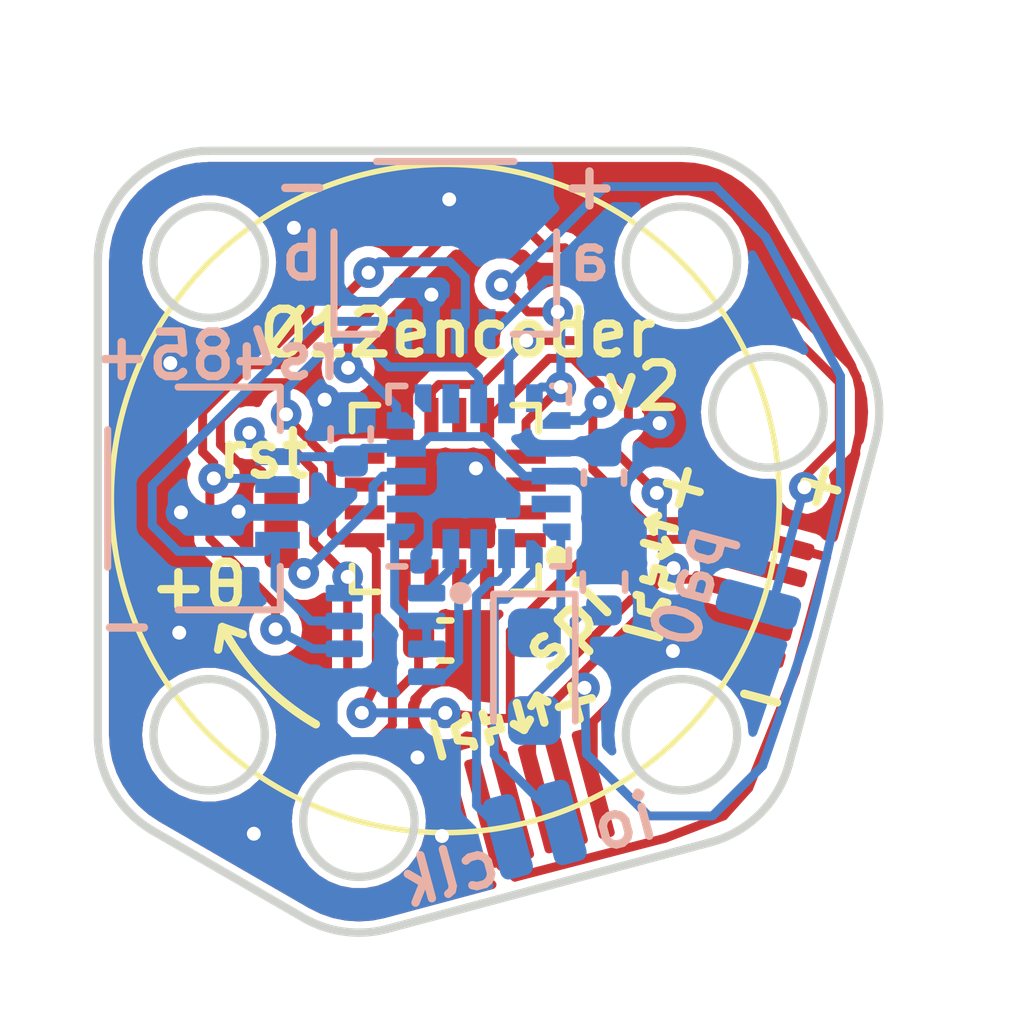
<source format=kicad_pcb>
(kicad_pcb (version 20221018) (generator pcbnew)
  (title_block (title "Ø12encoder: RS485 Mag Encoder") (date "2023-12-30") (rev "1") (company "Christopher Xu"))
  (layers (0 "F.Cu" signal) (31 "B.Cu" signal) (34 "B.Paste" user) (35 "F.Paste" user) (36 "B.SilkS" user "B.Silkscreen") (37 "F.SilkS" user "F.Silkscreen") (38 "B.Mask" user) (39 "F.Mask" user) (44 "Edge.Cuts" user))
  (net 0 "")
  (net 11 "/~{MAG2_CS}")
  (net 12 "+3.3V")
  (net 13 "GND")
  (net 14 "/SPI_MOSI")
  (net 15 "/SPI_MISO")
  (net 16 "/SPI_SCLK")
  (net 17 "/UART_RX")
  (net 18 "/UART_TX")
  (net 19 "/UART_DE")
  (net 20 "/RS485_A")
  (net 21 "/RS485_B")
  (net 22 "/SWCLK")
  (net 23 "/SWDIO")
  (net 24 "/NRST")
  (net 25 "/ADC_IN0{slash}WKUP")
  (net 29 "Net-(D1-K)")
  (net 30 "Net-(D1-A)")
  (footprint "O12encoder:TestPoint_Pad_Rect" (layer "F.Cu") (at 47.05 50.5 180)
    (fp_text reference "TP1" hide)
    (fp_text value "TestPoint")
    (pad "1" smd roundrect (at 0 0 180) (size 0.6 1.5) (layers "F.Cu" "F.Mask") (net 24 "/NRST"))
  )
  (footprint "Capacitor_SMD:C_0402_1005Metric" (layer "F.Cu") (at 50 52.55)
    (fp_text reference "C1" hide)
    (fp_text value "1uF")
    (pad "1" smd roundrect (at -0.48 0) (size 0.56 0.62) (layers "F.Cu" "F.Paste" "F.Mask") (net 12 "+3.3V"))
    (pad "2" smd roundrect (at 0.48 0) (size 0.56 0.62) (layers "F.Cu" "F.Paste" "F.Mask") (net 13 "GND"))
  )
  (footprint "O12encoder:FFC_0.5mm_6p" (layer "F.Cu") (at 55.773524 50.242593 -15)
    (fp_text reference "J2" hide)
    (fp_text value "Conn_01x06_Pin" hide)
    (pad "1" smd roundrect (at 0 0 345) (size 2 0.3) (layers "F.Cu" "F.Mask") (net 13 "GND"))
    (pad "2" smd roundrect (at 0 0.5 345) (size 2 0.3) (layers "F.Cu" "F.Mask") (net 11 "/~{MAG2_CS}"))
    (pad "3" smd roundrect (at 0 1 345) (size 2 0.3) (layers "F.Cu" "F.Mask") (net 16 "/SPI_SCLK"))
    (pad "4" smd roundrect (at 0 1.5 345) (size 2 0.3) (layers "F.Cu" "F.Mask") (net 15 "/SPI_MISO"))
    (pad "5" smd roundrect (at 0 2 345) (size 2 0.3) (layers "F.Cu" "F.Mask") (net 14 "/SPI_MOSI"))
    (pad "6" smd roundrect (at 0 2.5 345) (size 2 0.3) (layers "F.Cu" "F.Mask") (net 12 "+3.3V"))
  )
  (footprint "O12encoder:MA702GQ-P" (layer "F.Cu") (at 50 50 180)
    (fp_text reference "U1" hide)
    (fp_text value "MA702GQ-P" hide)
    (pad "1" smd rect locked (at -1.45 -0.750001 180) (size 0.7112 0.254) (layers "F.Cu" "F.Paste" "F.Mask"))
    (pad "2" smd rect locked (at -1.45 -0.25 180) (size 0.7112 0.254) (layers "F.Cu" "F.Paste" "F.Mask"))
    (pad "3" smd rect locked (at -1.45 0.25 180) (size 0.7112 0.254) (layers "F.Cu" "F.Paste" "F.Mask"))
    (pad "4" smd rect locked (at -1.45 0.750001 180) (size 0.7112 0.254) (layers "F.Cu" "F.Paste" "F.Mask") (net 14 "/SPI_MOSI"))
    (pad "5" smd rect locked (at -0.750001 1.45 270) (size 0.7112 0.254) (layers "F.Cu" "F.Paste" "F.Mask") (net 11 "/~{MAG2_CS}"))
    (pad "6" smd rect locked (at -0.25 1.45 270) (size 0.7112 0.254) (layers "F.Cu" "F.Paste" "F.Mask"))
    (pad "7" smd rect locked (at 0.25 1.45 270) (size 0.7112 0.254) (layers "F.Cu" "F.Paste" "F.Mask") (net 15 "/SPI_MISO"))
    (pad "8" smd rect locked (at 0.750001 1.45 270) (size 0.7112 0.254) (layers "F.Cu" "F.Paste" "F.Mask") (net 13 "GND"))
    (pad "9" smd rect locked (at 1.45 0.750001 180) (size 0.7112 0.254) (layers "F.Cu" "F.Paste" "F.Mask"))
    (pad "10" smd rect locked (at 1.45 0.25 180) (size 0.7112 0.254) (layers "F.Cu" "F.Paste" "F.Mask"))
    (pad "11" smd rect locked (at 1.45 -0.25 180) (size 0.7112 0.254) (layers "F.Cu" "F.Paste" "F.Mask"))
    (pad "12" smd rect locked (at 1.45 -0.750001 180) (size 0.7112 0.254) (layers "F.Cu" "F.Paste" "F.Mask") (net 16 "/SPI_SCLK"))
    (pad "13" smd rect locked (at 0.750001 -1.45 270) (size 0.7112 0.254) (layers "F.Cu" "F.Paste" "F.Mask") (net 12 "+3.3V"))
    (pad "14" smd rect locked (at 0.25 -1.45 270) (size 0.7112 0.254) (layers "F.Cu" "F.Paste" "F.Mask"))
    (pad "15" smd rect locked (at -0.25 -1.45 270) (size 0.7112 0.254) (layers "F.Cu" "F.Paste" "F.Mask"))
    (pad "16" smd rect locked (at -0.750001 -1.45 270) (size 0.7112 0.254) (layers "F.Cu" "F.Paste" "F.Mask"))
    (pad "17" smd rect locked (at 0 0 180) (size 1.7018 1.7018) (layers "F.Cu" "F.Paste" "F.Mask") (net 13 "GND"))
  )
  (footprint "O12encoder:FFC_0.5mm_6p" (layer "F.Cu") (at 50.242593 55.773524 105)
    (fp_text reference "J1" hide)
    (fp_text value "Conn_01x06_Pin" hide)
    (pad "1" smd roundrect (at 0 0 105) (size 2 0.3) (layers "F.Cu" "F.Mask") (net 13 "GND"))
    (pad "2" smd roundrect (at 0 0.5 105) (size 2 0.3) (layers "F.Cu" "F.Mask") (net 11 "/~{MAG2_CS}"))
    (pad "3" smd roundrect (at 0 1 105) (size 2 0.3) (layers "F.Cu" "F.Mask") (net 16 "/SPI_SCLK"))
    (pad "4" smd roundrect (at 0 1.5 105) (size 2 0.3) (layers "F.Cu" "F.Mask") (net 15 "/SPI_MISO"))
    (pad "5" smd roundrect (at 0 2 105) (size 2 0.3) (layers "F.Cu" "F.Mask") (net 14 "/SPI_MOSI"))
    (pad "6" smd roundrect (at 0 2.5 105) (size 2 0.3) (layers "F.Cu" "F.Mask") (net 12 "+3.3V"))
  )
  (footprint "LED_SMD:LED_0603_1608Metric" (layer "B.Cu") (at 51.6 53.2 -90)
    (fp_text reference "D1" hide)
    (fp_text value "LED_Small")
    (pad "1" smd roundrect (at -0.7875 0 270) (size 0.875 0.95) (layers "B.Cu" "B.Paste" "B.Mask") (net 29 "Net-(D1-K)"))
    (pad "2" smd roundrect (at 0.7875 0 270) (size 0.875 0.95) (layers "B.Cu" "B.Paste" "B.Mask") (net 30 "Net-(D1-A)"))
  )
  (footprint "O12encoder:TE_2328702-4" (layer "B.Cu") (at 50 45.5)
    (fp_text reference "J3" hide)
    (fp_text value "Conn_01x04")
    (pad "1" smd rect (at 0.75 1.5) (size 0.3 0.8) (layers "B.Cu" "B.Paste" "B.Mask") (net 12 "+3.3V"))
    (pad "2" smd rect (at 0.25 1.5) (size 0.3 0.8) (layers "B.Cu" "B.Paste" "B.Mask") (net 20 "/RS485_A"))
    (pad "3" smd rect (at -0.25 1.5) (size 0.3 0.8) (layers "B.Cu" "B.Paste" "B.Mask") (net 13 "GND"))
    (pad "4" smd rect (at -0.75 1.5) (size 0.3 0.8) (layers "B.Cu" "B.Paste" "B.Mask") (net 21 "/RS485_B"))
    (pad "MP" smd rect (at -1.75 -1) (size 0.4 0.8) (layers "B.Cu" "B.Paste" "B.Mask") (net 13 "GND"))
    (pad "MP" smd rect (at 1.75 -1) (size 0.4 0.8) (layers "B.Cu" "B.Paste" "B.Mask") (net 13 "GND"))
  )
  (footprint "O12encoder:TestPoint_Pad_Rect" (layer "B.Cu") (at 52.090926 55.816181 15)
    (fp_text reference "TP2" hide)
    (fp_text value "TestPoint")
    (pad "1" smd roundrect (at 0 0 15) (size 0.6 1.5) (layers "B.Cu" "B.Mask") (net 23 "/SWDIO"))
  )
  (footprint "O12encoder:TE_2328702-4" (layer "B.Cu") (at 45.485 50 90)
    (fp_text reference "J4" hide)
    (fp_text value "Conn_01x04")
    (pad "1" smd rect (at 0.75 1.5 90) (size 0.3 0.8) (layers "B.Cu" "B.Paste" "B.Mask") (net 12 "+3.3V"))
    (pad "2" smd rect (at 0.25 1.5 90) (size 0.3 0.8) (layers "B.Cu" "B.Paste" "B.Mask") (net 20 "/RS485_A"))
    (pad "3" smd rect (at -0.25 1.5 90) (size 0.3 0.8) (layers "B.Cu" "B.Paste" "B.Mask") (net 13 "GND"))
    (pad "4" smd rect (at -0.75 1.5 90) (size 0.3 0.8) (layers "B.Cu" "B.Paste" "B.Mask") (net 21 "/RS485_B"))
    (pad "MP" smd rect (at -1.75 -1 90) (size 0.4 0.8) (layers "B.Cu" "B.Paste" "B.Mask") (net 13 "GND"))
    (pad "MP" smd rect (at 1.75 -1 90) (size 0.4 0.8) (layers "B.Cu" "B.Paste" "B.Mask") (net 13 "GND"))
  )
  (footprint "O12encoder:TestPoint_Pad_Rect" (layer "B.Cu") (at 55.625 51.9 -105)
    (fp_text reference "TP4" hide)
    (fp_text value "TestPoint")
    (pad "1" smd roundrect (at 0 0 255) (size 0.6 1.5) (layers "B.Cu" "B.Mask") (net 25 "/ADC_IN0{slash}WKUP"))
  )
  (footprint "Capacitor_SMD:C_0402_1005Metric" (layer "B.Cu") (at 48.3 48.85 90)
    (fp_text reference "C3" hide)
    (fp_text value "1uF")
    (pad "1" smd roundrect (at -0.48 0 90) (size 0.56 0.62) (layers "B.Cu" "B.Paste" "B.Mask") (net 12 "+3.3V"))
    (pad "2" smd roundrect (at 0.48 0 90) (size 0.56 0.62) (layers "B.Cu" "B.Paste" "B.Mask") (net 13 "GND"))
  )
  (footprint "Capacitor_SMD:C_0402_1005Metric" (layer "B.Cu") (at 52.85 49.625 90)
    (fp_text reference "C2" hide)
    (fp_text value "1uF")
    (pad "1" smd roundrect (at -0.48 0 90) (size 0.56 0.62) (layers "B.Cu" "B.Paste" "B.Mask") (net 12 "+3.3V"))
    (pad "2" smd roundrect (at 0.48 0 90) (size 0.56 0.62) (layers "B.Cu" "B.Paste" "B.Mask") (net 13 "GND"))
  )
  (footprint "O12encoder:TestPoint_Pad_Rect" (layer "B.Cu") (at 51.125 56.075 15)
    (fp_text reference "TP3" hide)
    (fp_text value "TestPoint")
    (pad "1" smd roundrect (at 0 0 15) (size 0.6 1.5) (layers "B.Cu" "B.Mask") (net 22 "/SWCLK"))
  )
  (footprint "O12encoder:THVD1420DRLR_SOT-585" (layer "B.Cu") (at 48.925 52.45 180)
    (fp_text reference "U3" hide)
    (fp_text value "THVD1420DRLR")
    (pad "1" smd roundrect (at -0.74 0.75 180) (size 0.67 0.3) (layers "B.Cu" "B.Paste" "B.Mask") (roundrect_rratio 0.1666666667) (net 17 "/UART_RX"))
    (pad "2" smd roundrect (at -0.74 0.25 180) (size 0.67 0.3) (layers "B.Cu" "B.Paste" "B.Mask") (roundrect_rratio 0.1666666667) (net 19 "/UART_DE"))
    (pad "3" smd roundrect (at -0.74 -0.25 180) (size 0.67 0.3) (layers "B.Cu" "B.Paste" "B.Mask") (roundrect_rratio 0.1666666667) (net 19 "/UART_DE"))
    (pad "4" smd roundrect (at -0.74 -0.75 180) (size 0.67 0.3) (layers "B.Cu" "B.Paste" "B.Mask") (roundrect_rratio 0.1666666667) (net 18 "/UART_TX"))
    (pad "5" smd roundrect (at 0.74 -0.75 180) (size 0.67 0.3) (layers "B.Cu" "B.Paste" "B.Mask") (roundrect_rratio 0.1666666667) (net 13 "GND"))
    (pad "6" smd roundrect (at 0.74 -0.25 180) (size 0.67 0.3) (layers "B.Cu" "B.Paste" "B.Mask") (roundrect_rratio 0.1666666667) (net 20 "/RS485_A"))
    (pad "7" smd roundrect (at 0.74 0.25 180) (size 0.67 0.3) (layers "B.Cu" "B.Paste" "B.Mask") (roundrect_rratio 0.1666666667) (net 21 "/RS485_B"))
    (pad "8" smd roundrect (at 0.74 0.75 180) (size 0.67 0.3) (layers "B.Cu" "B.Paste" "B.Mask") (roundrect_rratio 0.1666666667) (net 12 "+3.3V"))
  )
  (footprint "Resistor_SMD:R_0402_1005Metric" (layer "B.Cu") (at 52.85 51.5 -90)
    (fp_text reference "R1" hide)
    (fp_text value "R_Small_US")
    (pad "1" smd roundrect (at -0.51 0 270) (size 0.54 0.64) (layers "B.Cu" "B.Paste" "B.Mask") (net 12 "+3.3V"))
    (pad "2" smd roundrect (at 0.51 0 270) (size 0.54 0.64) (layers "B.Cu" "B.Paste" "B.Mask") (net 30 "Net-(D1-A)"))
  )
  (footprint "Package_DFN_QFN:ST_UFQFPN-20_3x3mm_P0.5mm" (layer "B.Cu") (at 50.6 49.6)
    (fp_text reference "U2" hide)
    (fp_text value "STM32L011F4Ux")
    (pad "1" smd custom (at -1.475 1) (size 0.35 0.3) (layers "B.Cu" "B.Paste" "B.Mask") (net 19 "/UART_DE") (options (clearance outline) (anchor rect)) (primitives (gr_poly (pts (xy 0.325 0) (xy 0.325 -0.15) (xy 0.175 -0.15) (xy 0.175 0.15)) (width 0) (fill yes))))
    (pad "2" smd rect (at -1.3 0.5) (size 0.7 0.3) (layers "B.Cu" "B.Paste" "B.Mask") (net 13 "GND"))
    (pad "3" smd rect (at -1.3 0) (size 0.7 0.3) (layers "B.Cu" "B.Paste" "B.Mask") (net 24 "/NRST"))
    (pad "4" smd rect (at -1.3 -0.5) (size 0.7 0.3) (layers "B.Cu" "B.Paste" "B.Mask") (net 12 "+3.3V"))
    (pad "5" smd custom (at -1.475 -1) (size 0.35 0.3) (layers "B.Cu" "B.Paste" "B.Mask") (net 25 "/ADC_IN0{slash}WKUP") (options (clearance outline) (anchor rect)) (primitives (gr_poly (pts (xy 0.325 0) (xy 0.175 -0.15) (xy 0.175 0.15) (xy 0.325 0.15)) (width 0) (fill yes))))
    (pad "6" smd custom (at -1 -1.475) (size 0.3 0.35) (layers "B.Cu" "B.Paste" "B.Mask") (options (clearance outline) (anchor rect)) (primitives (gr_poly (pts (xy 0.15 0.175) (xy -0.15 0.175) (xy 0 0.325) (xy 0.15 0.325)) (width 0) (fill yes))))
    (pad "7" smd rect (at -0.5 -1.3) (size 0.3 0.7) (layers "B.Cu" "B.Paste" "B.Mask"))
    (pad "8" smd rect (at 0 -1.3) (size 0.3 0.7) (layers "B.Cu" "B.Paste" "B.Mask") (net 16 "/SPI_SCLK"))
    (pad "9" smd rect (at 0.5 -1.3) (size 0.3 0.7) (layers "B.Cu" "B.Paste" "B.Mask") (net 15 "/SPI_MISO"))
    (pad "10" smd custom (at 1 -1.475) (size 0.3 0.35) (layers "B.Cu" "B.Paste" "B.Mask") (net 14 "/SPI_MOSI") (options (clearance outline) (anchor rect)) (primitives (gr_poly (pts (xy 0.15 0.175) (xy -0.15 0.175) (xy -0.15 0.325) (xy 0 0.325)) (width 0) (fill yes))))
    (pad "11" smd custom (at 1.475 -1) (size 0.35 0.3) (layers "B.Cu" "B.Paste" "B.Mask") (net 11 "/~{MAG2_CS}") (options (clearance outline) (anchor rect)) (primitives (gr_poly (pts (xy -0.175 -0.15) (xy -0.325 0) (xy -0.325 0.15) (xy -0.175 0.15)) (width 0) (fill yes))))
    (pad "12" smd rect (at 1.3 -0.5) (size 0.7 0.3) (layers "B.Cu" "B.Paste" "B.Mask") (net 13 "GND"))
    (pad "13" smd rect (at 1.3 0) (size 0.7 0.3) (layers "B.Cu" "B.Paste" "B.Mask") (net 12 "+3.3V"))
    (pad "14" smd rect (at 1.3 0.5) (size 0.7 0.3) (layers "B.Cu" "B.Paste" "B.Mask"))
    (pad "15" smd custom (at 1.475 1) (size 0.35 0.3) (layers "B.Cu" "B.Paste" "B.Mask") (net 29 "Net-(D1-K)") (options (clearance outline) (anchor rect)) (primitives (gr_poly (pts (xy -0.175 -0.15) (xy -0.325 -0.15) (xy -0.325 0) (xy -0.175 0.15)) (width 0) (fill yes))))
    (pad "16" smd custom (at 1 1.475) (size 0.3 0.35) (layers "B.Cu" "B.Paste" "B.Mask") (net 23 "/SWDIO") (options (clearance outline) (anchor rect)) (primitives (gr_poly (pts (xy 0 -0.325) (xy -0.15 -0.325) (xy -0.15 -0.175) (xy 0.15 -0.175)) (width 0) (fill yes))))
    (pad "17" smd rect (at 0.5 1.3) (size 0.3 0.7) (layers "B.Cu" "B.Paste" "B.Mask") (net 22 "/SWCLK"))
    (pad "18" smd rect (at 0 1.3) (size 0.3 0.7) (layers "B.Cu" "B.Paste" "B.Mask") (net 18 "/UART_TX"))
    (pad "19" smd rect (at -0.5 1.3) (size 0.3 0.7) (layers "B.Cu" "B.Paste" "B.Mask") (net 17 "/UART_RX"))
    (pad "20" smd custom (at -1 1.475) (size 0.3 0.35) (layers "B.Cu" "B.Paste" "B.Mask") (net 13 "GND") (options (clearance outline) (anchor rect)) (primitives (gr_poly (pts (xy 0.15 -0.325) (xy 0 -0.325) (xy -0.15 -0.175) (xy 0.15 -0.175)) (width 0) (fill yes))))
  )
  (gr_line (start 53.746733 52.073712) (end 53.895961 51.85488) (stroke (width 0.15)) (layer "F.SilkS"))
  (gr_line (start 53.698677 51.485721) (end 53.763377 51.244239) (stroke (width 0.15)) (layer "F.SilkS"))
  (gr_line (start 54.051856 50.926967) (end 53.94579 50.743257) (stroke (width 0.15)) (layer "F.SilkS"))
  (gr_line (start 53.891857 51.537485) (end 54.060896 51.582779) (stroke (width 0.15)) (layer "F.SilkS"))
  (gr_line (start 53.517329 52.012243) (end 53.746733 52.073712) (stroke (width 0.15)) (layer "F.SilkS"))
  (gr_line (start 50.386838 53.975801) (end 50.164768 54.112949) (stroke (width 0.15)) (layer "F.SilkS"))
  (gr_line (start 53.914211 51.856744) (end 53.986653 51.876151) (stroke (width 0.15)) (layer "F.SilkS"))
  (gr_line (start 50.672593 53.861845) (end 50.711423 54.006739) (stroke (width 0.15)) (layer "F.SilkS"))
  (gr_line (start 50.711423 54.006739) (end 50.952902 53.94203) (stroke (width 0.15)) (layer "F.SilkS"))
  (gr_line (start 53.553782 51.4469) (end 53.698677 51.485721) (stroke (width 0.15)) (layer "F.SilkS"))
  (gr_line (start 54.051856 50.926967) (end 53.868145 51.033035) (stroke (width 0.15)) (layer "F.SilkS"))
  (gr_line (start 51.413712 54.156063) (end 51.23 54.05) (stroke (width 0.15)) (layer "F.SilkS"))
  (gr_line (start 54.121481 50.544705) (end 53.638519 50.415295) (stroke (width 0.15)) (layer "F.SilkS"))
  (gr_line (start 50.497874 54.378912) (end 50.517288 54.45135) (stroke (width 0.15)) (layer "F.SilkS"))
  (gr_line (start 51.413712 54.156063) (end 51.519779 53.972353) (stroke (width 0.15)) (layer "F.SilkS"))
  (gr_line (start 53.638519 50.415295) (end 53.822229 50.30923) (stroke (width 0.15)) (layer "F.SilkS"))
  (gr_line (start 51.004668 54.135218) (end 50.763183 54.199921) (stroke (width 0.15)) (layer "F.SilkS"))
  (gr_line (start 51.77957 54.02523) (end 51.650165 53.542268) (stroke (width 0.15)) (layer "F.SilkS"))
  (gr_line (start 45.991735 52.308517) (end 46.361617 52.438955) (stroke (width 0.15)) (layer "F.SilkS"))
  (gr_line (start 50.367427 53.903355) (end 50.386838 53.975801) (stroke (width 0.15)) (layer "F.SilkS"))
  (gr_line (start 53.437145 51.731937) (end 53.509587 51.751348) (stroke (width 0.15)) (layer "F.SilkS"))
  (gr_line (start 53.568891 50.797559) (end 54.051856 50.926967) (stroke (width 0.15)) (layer "F.SilkS"))
  (gr_line (start 51.284301 53.673098) (end 51.413712 54.156063) (stroke (width 0.15)) (layer "F.SilkS"))
  (gr_line (start 50.952902 53.94203) (end 51.004668 54.135218) (stroke (width 0.15)) (layer "F.SilkS"))
  (gr_line (start 53.509587 51.751348) (end 53.517329 52.012243) (stroke (width 0.15)) (layer "F.SilkS"))
  (gr_line (start 51.650165 53.542268) (end 51.544096 53.725979) (stroke (width 0.15)) (layer "F.SilkS"))
  (gr_line (start 51.650165 53.542268) (end 51.833876 53.648333) (stroke (width 0.15)) (layer "F.SilkS"))
  (gr_line (start 45.991735 52.308517) (end 45.917479 52.713253) (stroke (width 0.15)) (layer "F.SilkS"))
  (gr_line (start 53.763377 51.244239) (end 53.956564 51.296002) (stroke (width 0.15)) (layer "F.SilkS"))
  (gr_line (start 53.956564 51.296002) (end 53.891857 51.537485) (stroke (width 0.15)) (layer "F.SilkS"))
  (gr_line (start 50.164768 54.112949) (end 50.226236 54.342354) (stroke (width 0.15)) (layer "F.SilkS"))
  (gr_line (start 53.638519 50.415295) (end 53.744583 50.599009) (stroke (width 0.15)) (layer "F.SilkS"))
  (gr_circle locked (center 50 50) (end 56 50) (stroke (width 0.1)) (fill none) (layer "F.SilkS"))
  (gr_arc (start 47.674412 54.054216) (mid 46.71 53.299999) (end 45.991735 52.308517) (stroke (width 0.15)) (layer "F.SilkS"))
  (gr_line (start 50.763183 54.199921) (end 50.808474 54.36896) (stroke (width 0.15)) (layer "F.SilkS"))
  (gr_line (start 50.226236 54.342354) (end 50.490366 54.362171) (stroke (width 0.15)) (layer "F.SilkS"))
  (gr_arc (start 48.964724 57.727407) (mid 48.186036 57.778441) (end 47.447086 57.527606) (stroke (width 0.15)) (layer "Edge.Cuts"))
  (gr_circle (center 45.757359 54.242641) (end 46.757359 54.242641) (stroke (width 0.15)) (fill none) (layer "Edge.Cuts"))
  (gr_arc (start 43.757359 45.757359) (mid 44.343157 44.343157) (end 45.757359 43.757359) (stroke (width 0.15)) (layer "Edge.Cuts"))
  (gr_line (start 48.964724 57.727407) (end 54.760279 56.174492) (stroke (width 0.15)) (layer "Edge.Cuts"))
  (gr_circle (center 55.795555 48.447086) (end 56.795555 48.447086) (stroke (width 0.15)) (fill none) (layer "Edge.Cuts"))
  (gr_circle (center 54.242641 54.242641) (end 55.242641 54.242641) (stroke (width 0.15)) (fill none) (layer "Edge.Cuts"))
  (gr_arc (start 44.757359 55.974691) (mid 44.025308 55.242639) (end 43.757359 54.242641) (stroke (width 0.15)) (layer "Edge.Cuts"))
  (gr_line (start 56.174492 54.760279) (end 57.727407 48.964724) (stroke (width 0.15)) (layer "Edge.Cuts"))
  (gr_arc (start 54.242641 43.757359) (mid 55.242632 44.02532) (end 55.974691 44.757359) (stroke (width 0.15)) (layer "Edge.Cuts"))
  (gr_circle (center 45.757359 45.757359) (end 46.757359 45.757359) (stroke (width 0.15)) (fill none) (layer "Edge.Cuts"))
  (gr_arc (start 57.527606 47.447086) (mid 57.778456 48.186034) (end 57.727407 48.964724) (stroke (width 0.15)) (layer "Edge.Cuts"))
  (gr_circle (center 48.447086 55.795555) (end 49.447086 55.795555) (stroke (width 0.15)) (fill none) (layer "Edge.Cuts"))
  (gr_circle (center 54.242641 45.757359) (end 55.242641 45.757359) (stroke (width 0.15)) (fill none) (layer "Edge.Cuts"))
  (gr_line (start 54.242641 43.757359) (end 45.757359 43.757359) (stroke (width 0.15)) (layer "Edge.Cuts"))
  (gr_line (start 57.527606 47.447086) (end 55.974691 44.757359) (stroke (width 0.15)) (layer "Edge.Cuts"))
  (gr_line (start 44.757359 55.974691) (end 47.447086 57.527606) (stroke (width 0.15)) (layer "Edge.Cuts"))
  (gr_line (start 43.757359 45.757359) (end 43.757359 54.242641) (stroke (width 0.15)) (layer "Edge.Cuts"))
  (gr_arc (start 56.174492 54.760279) (mid 55.656849 55.656849) (end 54.760279 56.174492) (stroke (width 0.15)) (layer "Edge.Cuts"))
  (gr_text "io" (at 53.22 55.8 15) (layer "B.SilkS") (effects (font (size 0.8 0.8)) (justify mirror)))
  (gr_text "rs485+" (at 45.9 47.44) (layer "B.SilkS") (effects (font (size 0.8 0.8)) (justify mirror)))
  (gr_text "pa0" (at 54.38 51.56 75) (layer "B.SilkS") (effects (font (size 0.8 0.8)) (justify mirror)))
  (gr_text "-" (at 44.28 52.26) (layer "B.SilkS") (effects (font (size 0.8 0.8))))
  (gr_text "-\nb" (at 47.43 45.01) (layer "B.SilkS") (effects (font (size 0.8 0.8)) (justify mirror)))
  (gr_text "+\na" (at 52.59 45.02) (layer "B.SilkS") (effects (font (size 0.8 0.8)) (justify mirror)))
  (gr_text "clk" (at 50.07 56.72 15) (layer "B.SilkS") (effects (font (size 0.8 0.8)) (justify mirror)))
  (gr_text "Ø12encoder" (at 46.58 47.5) (layer "F.SilkS") (effects (font (size 0.8 0.8)) (justify left bottom)))
  (gr_text "+θ" (at 44.61 52.04) (layer "F.SilkS") (effects (font (size 0.8 0.8)) (justify left bottom)))
  (gr_text "spi" (at 51.81 53.29 45) (layer "F.SilkS") (effects (font (size 0.8 0.8)) (justify left bottom)))
  (gr_text "+" (at 52.28 53.68 105) (layer "F.SilkS") (effects (font (size 0.8 0.8))))
  (gr_text "-" (at 55.68 53.53 -15) (layer "F.SilkS") (effects (font (size 0.8 0.8))))
  (gr_text "+" (at 54.26 49.86 165) (layer "F.SilkS") (effects (font (size 0.8 0.8))))
  (gr_text "+" (at 56.76 49.72 -15) (layer "F.SilkS") (effects (font (size 0.8 0.8))))
  (gr_text "-" (at 53.534211 52.466744 165) (layer "F.SilkS") (effects (font (size 0.8 0.8))))
  (gr_text "v2" (at 52.75 48.46) (layer "F.SilkS") (effects (font (size 0.8 0.8)) (justify left bottom)))
  (gr_text "rst" (at 45.83 49.68) (layer "F.SilkS") (effects (font (size 0.8 0.8)) (justify left bottom)))
  (gr_text "-" (at 49.81 54.35 105) (layer "F.SilkS") (effects (font (size 0.8 0.8))))
  (segment (start 52.65 49.47832) (end 52.65 48.4) (width 0.16) (layer "F.Cu") (net 11))
  (segment (start 51.25 56.8) (end 51 56.6) (width 0.16) (layer "F.Cu") (net 11))
  (segment (start 55.45 55.2) (end 55 55.7) (width 0.16) (layer "F.Cu") (net 11))
  (segment (start 55 55.7) (end 53.95 56.1) (width 0.16) (layer "F.Cu") (net 11))
  (segment (start 54.715 50.415) (end 54.8 50.5) (width 0.16) (layer "F.Cu") (net 11))
  (segment (start 56.288838 53.110407) (end 56.85 51.05) (width 0.16) (layer "F.Cu") (net 11))
  (segment (start 55.45 55.2) (end 56.288838 53.110407) (width 0.16) (layer "F.Cu") (net 11))
  (segment (start 52.775 48.275) (end 52.775 47.97168) (width 0.16) (layer "F.Cu") (net 11))
  (segment (start 52.775 47.97168) (end 52.28832 47.485) (width 0.16) (layer "F.Cu") (net 11))
  (segment (start 51 56.6) (end 50.85 56.05) (width 0.16) (layer "F.Cu") (net 11))
  (segment (start 54.185 50.415) (end 54.715 50.415) (width 0.16) (layer "F.Cu") (net 11))
  (segment (start 54.185 50.415) (end 53.58668 50.415) (width 0.16) (layer "F.Cu") (net 11))
  (segment (start 55.644114 50.725556) (end 56.85 51.05) (width 0.16) (layer "F.Cu") (net 11))
  (segment (start 53.58668 50.415) (end 52.65 49.47832) (width 0.16) (layer "F.Cu") (net 11))
  (segment (start 53.95 56.1) (end 51.25 56.8) (width 0.16) (layer "F.Cu") (net 11))
  (segment (start 51.86168 47.485) (end 50.79668 48.55) (width 0.16) (layer "F.Cu") (net 11))
  (segment (start 52.28832 47.485) (end 51.86168 47.485) (width 0.16) (layer "F.Cu") (net 11))
  (segment (start 50.79668 48.55) (end 50.750001 48.55) (width 0.16) (layer "F.Cu") (net 11))
  (segment (start 52.65 48.4) (end 52.775 48.275) (width 0.16) (layer "F.Cu") (net 11))
  (via (at 52.775 48.275) (size 0.55) (drill 0.25) (layers "F.Cu" "B.Cu") (net 11))
  (segment (start 52.775 48.275) (end 52.45 48.6) (width 0.16) (layer "B.Cu") (net 11))
  (segment (start 52.45 48.6) (end 52.075 48.6) (width 0.16) (layer "B.Cu") (net 11))
  (segment (start 49.249999 52.279999) (end 49.249999 51.45) (width 0.16) (layer "F.Cu") (net 12))
  (segment (start 52.657408 54.00547) (end 53.924071 52.738807) (width 0.16) (layer "F.Cu") (net 12))
  (segment (start 46.855498 49.180498) (end 47.32795 49.180498) (width 0.16) (layer "F.Cu") (net 12))
  (segment (start 49.52 53.08) (end 49.52 52.55) (width 0.16) (layer "F.Cu") (net 12))
  (segment (start 47.32795 49.180498) (end 47.6344 49.486948) (width 0.16) (layer "F.Cu") (net 12))
  (segment (start 52.657408 55.126476) (end 52.657408 54.00547) (width 0.16) (layer "F.Cu") (net 12))
  (segment (start 55.126476 52.657408) (end 54.170206 52.657408) (width 0.16) (layer "F.Cu") (net 12))
  (segment (start 46.48 48.82) (end 46.855498 49.180498) (width 0.16) (layer "F.Cu") (net 12))
  (segment (start 49.52 52.55) (end 49.249999 52.279999) (width 0.16) (layer "F.Cu") (net 12))
  (segment (start 48.35 54.45) (end 48.669377 54.45) (width 0.16) (layer "F.Cu") (net 12))
  (segment (start 54.170206 52.657408) (end 54.088807 52.738807) (width 0.16) (layer "F.Cu") (net 12))
  (segment (start 48.669377 54.45) (end 49.05 54.069377) (width 0.16) (layer "F.Cu") (net 12))
  (segment (start 49.05 53.55) (end 49.52 53.08) (width 0.16) (layer "F.Cu") (net 12))
  (segment (start 47.9 53.602776) (end 47.9 54) (width 0.16) (layer "F.Cu") (net 12))
  (segment (start 47.6344 50.7955) (end 48.2455 51.4066) (width 0.16) (layer "F.Cu") (net 12))
  (segment (start 48.2455 53.257276) (end 47.9 53.602776) (width 0.16) (layer "F.Cu") (net 12))
  (segment (start 48.2455 51.4066) (end 48.2455 53.257276) (width 0.16) (layer "F.Cu") (net 12))
  (segment (start 47.6344 49.486948) (end 47.6344 50.7955) (width 0.16) (layer "F.Cu") (net 12))
  (segment (start 49.206599 51.4066) (end 49.249999 51.45) (width 0.16) (layer "F.Cu") (net 12))
  (segment (start 47.9 54) (end 48.35 54.45) (width 0.16) (layer "F.Cu") (net 12))
  (segment (start 53.924071 52.738807) (end 54.088807 52.738807) (width 0.16) (layer "F.Cu") (net 12))
  (segment (start 49.05 54.069377) (end 49.05 53.55) (width 0.16) (layer "F.Cu") (net 12))
  (via (at 46.48 48.82) (size 0.55) (drill 0.25) (layers "F.Cu" "B.Cu") (net 12))
  (via (at 54.088807 52.738807) (size 0.55) (drill 0.25) (layers "F.Cu" "B.Cu") (net 12))
  (via (at 48.2455 51.4066) (size 0.55) (drill 0.25) (layers "F.Cu" "B.Cu") (net 12))
  (segment (start 53.053015 46.902309) (end 53.053015 46.903015) (width 0.16) (layer "B.Cu") (net 12))
  (segment (start 53.69 52.34) (end 54.088807 52.738807) (width 0.16) (layer "B.Cu") (net 12))
  (segment (start 50.71 48.89) (end 51.42 49.6) (width 0.16) (layer "B.Cu") (net 12))
  (segment (start 50.75 47) (end 50.890746 47) (width 0.16) (layer "B.Cu") (net 12))
  (segment (start 51.810746 46.08) (end 52.230706 46.08) (width 0.16) (layer "B.Cu") (net 12))
  (segment (start 46.48 48.82) (end 46.66 48.925) (width 0.16) (layer "B.Cu") (net 12))
  (segment (start 48.3 49.33) (end 48.53 49.1) (width 0.16) (layer "B.Cu") (net 12))
  (segment (start 48.22 49.25) (end 48.3 49.33) (width 0.16) (layer "B.Cu") (net 12))
  (segment (start 52.85 50.99) (end 52.85 50.105) (width 0.16) (layer "B.Cu") (net 12))
  (segment (start 48.53 49.1) (end 49.3 49.1) (width 0.16) (layer "B.Cu") (net 12))
  (segment (start 54.45 49.05) (end 54.335 49.165) (width 0.16) (layer "B.Cu") (net 12))
  (segment (start 53.69 51.69) (end 53.69 52.34) (width 0.16) (layer "B.Cu") (net 12))
  (segment (start 52.99 50.99) (end 53.3 51.3) (width 0.16) (layer "B.Cu") (net 12))
  (segment (start 53.79 49.165) (end 52.85 50.105) (width 0.16) (layer "B.Cu") (net 12))
  (segment (start 52.85 50.99) (end 52.99 50.99) (width 0.16) (layer "B.Cu") (net 12))
  (segment (start 49.71 48.89) (end 50.71 48.89) (width 0.16) (layer "B.Cu") (net 12))
  (segment (start 46.66 48.925) (end 46.985 49.25) (width 0.16) (layer "B.Cu") (net 12))
  (segment (start 46.985 49.25) (end 48.22 49.25) (width 0.16) (layer "B.Cu") (net 12))
  (segment (start 49.3 49.1) (end 49.5 49.1) (width 0.16) (layer "B.Cu") (net 12))
  (segment (start 51.42 49.6) (end 51.9 49.6) (width 0.16) (layer "B.Cu") (net 12))
  (segment (start 48.185 51.7) (end 48.185 51.4671) (width 0.16) (layer "B.Cu") (net 12))
  (segment (start 54.45 48.3) (end 54.45 49.05) (width 0.16) (layer "B.Cu") (net 12))
  (segment (start 53.053015 46.903015) (end 54.45 48.3) (width 0.16) (layer "B.Cu") (net 12))
  (segment (start 50.890746 47) (end 51.810746 46.08) (width 0.16) (layer "B.Cu") (net 12))
  (segment (start 54.335 49.165) (end 53.79 49.165) (width 0.16) (layer "B.Cu") (net 12))
  (segment (start 52.230706 46.08) (end 53.053015 46.902309) (width 0.16) (layer "B.Cu") (net 12))
  (segment (start 53.3 51.3) (end 53.69 51.69) (width 0.16) (layer "B.Cu") (net 12))
  (segment (start 49.5 49.1) (end 49.71 48.89) (width 0.16) (layer "B.Cu") (net 12))
  (segment (start 52.345 49.6) (end 51.9 49.6) (width 0.16) (layer "B.Cu") (net 12))
  (segment (start 48.185 51.4671) (end 48.2455 51.4066) (width 0.16) (layer "B.Cu") (net 12))
  (segment (start 52.85 50.105) (end 52.345 49.6) (width 0.16) (layer "B.Cu") (net 12))
  (segment (start 51.525 45.85) (end 51.275 45.6) (width 0.16) (layer "F.Cu") (net 13))
  (segment (start 45.96 49.03168) (end 45.96 48.582548) (width 0.16) (layer "F.Cu") (net 13))
  (segment (start 52.75 47.041584) (end 52.75 46.574647) (width 0.16) (layer "F.Cu") (net 13))
  (segment (start 50.768633 45.6) (end 50.025913 46.34272) (width 0.16) (layer "F.Cu") (net 13))
  (segment (start 49.45 54.6) (end 49.5 54.65) (width 0.16) (layer "F.Cu") (net 13))
  (segment (start 49.750141 46.34272) (end 49.249999 46.842862) (width 0.16) (layer "F.Cu") (net 13))
  (segment (start 57.242498 47.520878) (end 56.52 46.54) (width 0.16) (layer "F.Cu") (net 13))
  (segment (start 47.831823 48.226061) (end 48.92606 48.226061) (width 0.16) (layer "F.Cu") (net 13))
  (segment (start 52.025353 45.85) (end 51.525 45.85) (width 0.16) (layer "F.Cu") (net 13))
  (segment (start 47.525762 47.92) (end 47.831823 48.226061) (width 0.16) (layer "F.Cu") (net 13))
  (segment (start 57.48 48.64) (end 57.371274 49.141274) (width 0.16) (layer "F.Cu") (net 13))
  (segment (start 57.371274 49.141274) (end 57.25 49.63) (width 0.16) (layer "F.Cu") (net 13))
  (segment (start 48.92606 48.226061) (end 49.249999 48.55) (width 0.16) (layer "F.Cu") (net 13))
  (segment (start 46.38668 50.135389) (end 46.38668 49.45836) (width 0.16) (layer "F.Cu") (net 13))
  (segment (start 57.48 48.64) (end 57.44 48.06) (width 0.16) (layer "F.Cu") (net 13))
  (segment (start 50.48 52.55) (end 49.84 53.19) (width 0.16) (layer "F.Cu") (net 13))
  (segment (start 53.355401 47.646985) (end 52.75 47.041584) (width 0.16) (layer "F.Cu") (net 13))
  (segment (start 45.96 48.582548) (end 46.622548 47.92) (width 0.16) (layer "F.Cu") (net 13))
  (segment (start 49.75 54.65) (end 50 54.9) (width 0.16) (layer "F.Cu") (net 13))
  (segment (start 46.286086 50.235983) (end 46.38668 50.135389) (width 0.16) (layer "F.Cu") (net 13))
  (segment (start 57.392241 47.825642) (end 57.242498 47.520878) (width 0.16) (layer "F.Cu") (net 13))
  (segment (start 46.622548 47.92) (end 47.525762 47.92) (width 0.16) (layer "F.Cu") (net 13))
  (segment (start 55.773524 50.242593) (end 56.9 50.46) (width 0.16) (layer "F.Cu") (net 13))
  (segment (start 57.44 48.06) (end 57.392241 47.825642) (width 0.16) (layer "F.Cu") (net 13))
  (segment (start 49.45 53.602548) (end 49.45 54.121925) (width 0.16) (layer "F.Cu") (net 13))
  (segment (start 49.5 54.65) (end 49.75 54.65) (width 0.16) (layer "F.Cu") (net 13))
  (segment (start 49.249999 46.842862) (end 49.249999 48.55) (width 0.16) (layer "F.Cu") (net 13))
  (segment (start 49.45 54.121925) (end 49.45 54.6) (width 0.16) (layer "F.Cu") (net 13))
  (segment (start 46.38668 49.45836) (end 45.96 49.03168) (width 0.16) (layer "F.Cu") (net 13))
  (segment (start 49.84 53.212548) (end 49.45 53.602548) (width 0.16) (layer "F.Cu") (net 13))
  (segment (start 52.75 46.574647) (end 52.025353 45.85) (width 0.16) (layer "F.Cu") (net 13))
  (segment (start 56.9 50.46) (end 57.25 49.63) (width 0.16) (layer "F.Cu") (net 13))
  (segment (start 53.61 48.41) (end 53.61 47.646985) (width 0.16) (layer "F.Cu") (net 13))
  (segment (start 49.249999 48.55) (end 49.249999 49.249999) (width 0.16) (layer "F.Cu") (net 13))
  (segment (start 51.275 45.6) (end 50.768633 45.6) (width 0.16) (layer "F.Cu") (net 13))
  (segment (start 53.85 48.65) (end 53.61 48.41) (width 0.16) (layer "F.Cu") (net 13))
  (segment (start 53.61 47.646985) (end 53.355401 47.646985) (width 0.16) (layer "F.Cu") (net 13))
  (segment (start 50.025913 46.34272) (end 49.750141 46.34272) (width 0.16) (layer "F.Cu") (net 13))
  (segment (start 49.249999 49.249999) (end 50 50) (width 0.16) (layer "F.Cu") (net 13))
  (segment (start 49.84 53.19) (end 49.84 53.212548) (width 0.16) (layer "F.Cu") (net 13))
  (via (at 45.22 52.41) (size 0.55) (drill 0.25) (layers "F.Cu" "B.Cu") (net 13))
  (via (at 47.831823 48.226061) (size 0.55) (drill 0.25) (layers "F.Cu" "B.Cu") (net 13))
  (via (at 47.28 45.14) (size 0.55) (drill 0.25) (layers "F.Cu" "B.Cu") (net 13))
  (via (at 49.750141 46.34) (size 0.55) (drill 0.25) (layers "F.Cu" "B.Cu") (net 13))
  (via (at 46.56 56.02) (size 0.55) (drill 0.25) (layers "F.Cu" "B.Cu") (net 13))
  (via (at 50.07 44.63) (size 0.55) (drill 0.25) (layers "F.Cu" "B.Cu") (net 13))
  (via (at 49.5 54.65) (size 0.55) (drill 0.25) (layers "F.Cu" "B.Cu") (net 13))
  (via (at 45.06 47.57) (size 0.55) (drill 0.25) (layers "F.Cu" "B.Cu") (net 13))
  (via (at 46.286086 50.235983) (size 0.55) (drill 0.25) (layers "F.Cu" "B.Cu") (net 13))
  (via (at 50.55 49.46) (size 0.55) (drill 0.25) (layers "F.Cu" "B.Cu") (net 13))
  (via (at 53.85 48.65) (size 0.55) (drill 0.25) (layers "F.Cu" "B.Cu") (net 13))
  (via (at 49.94 56.06) (size 0.55) (drill 0.25) (layers "F.Cu" "B.Cu") (net 13))
  (via (at 45.25 50.25) (size 0.55) (drill 0.25) (layers "F.Cu" "B.Cu") (net 13))
  (segment (start 47.985 53.315) (end 48.05 53.25) (width 0.16) (layer "B.Cu") (net 13))
  (segment (start 49.439412 50.1) (end 49.3 50.1) (width 0.16) (layer "B.Cu") (net 13))
  (segment (start 46.985 50.25) (end 46.45 50.25) (width 0.16) (layer "B.Cu") (net 13))
  (segment (start 49.024882 46.27) (end 48.834101 46.460781) (width 0.16) (layer "B.Cu") (net 13))
  (segment (start 48.834101 46.460781) (end 48.335781 46.460781) (width 0.16) (layer "B.Cu") (net 13))
  (segment (start 48.105781 46.230781) (end 48.105781 44.644219) (width 0.16) (layer "B.Cu") (net 13))
  (segment (start 51.945 49.145) (end 51.9 49.1) (width 0.16) (layer "B.Cu") (net 13))
  (segment (start 49.5 54.65) (end 49.215 54.365) (width 0.16) (layer "B.Cu") (net 13))
  (segment (start 51.75 44.5) (end 51.63 44.62) (width 0.16) (layer "B.Cu") (net 13))
  (segment (start 49.677139 46.27) (end 49.024882 46.27) (width 0.16) (layer "B.Cu") (net 13))
  (segment (start 49.69 50.350588) (end 49.439412 50.1) (width 0.16) (layer "B.Cu") (net 13))
  (segment (start 48.105781 44.644219) (end 48.25 44.5) (width 0.16) (layer "B.Cu") (net 13))
  (segment (start 48.28668 54.365) (end 47.985 54.06332) (width 0.16) (layer "B.Cu") (net 13))
  (segment (start 53.345 48.65) (end 53.85 48.65) (width 0.16) (layer "B.Cu") (net 13))
  (segment (start 48.335781 46.460781) (end 48.105781 46.230781) (width 0.16) (layer "B.Cu") (net 13))
  (segment (start 49.75 46.342861) (end 49.677139 46.27) (width 0.16) (layer "B.Cu") (net 13))
  (segment (start 48.3 48.37) (end 47.975762 48.37) (width 0.16) (layer "B.Cu") (net 13))
  (segment (start 52.85 49.145) (end 53.345 48.65) (width 0.16) (layer "B.Cu") (net 13))
  (segment (start 46.45 50.25) (end 46.425 50.225) (width 0.16) (layer "B.Cu") (net 13))
  (segment (start 49.6 51.075) (end 49.69 50.985) (width 0.16) (layer "B.Cu") (net 13))
  (segment (start 47.985 54.06332) (end 47.985 53.315) (width 0.16) (layer "B.Cu") (net 13))
  (segment (start 50.08 44.62) (end 50.07 44.63) (width 0.16) (layer "B.Cu") (net 13))
  (segment (start 49.75 47) (end 49.75 46.342861) (width 0.16) (layer "B.Cu") (net 13))
  (segment (start 49.69 50.985) (end 49.69 50.350588) (width 0.16) (layer "B.Cu") (net 13))
  (segment (start 47.975762 48.37) (end 47.831823 48.226061) (width 0.16) (layer "B.Cu") (net 13))
  (segment (start 52.85 49.145) (end 51.945 49.145) (width 0.16) (layer "B.Cu") (net 13))
  (segment (start 49.215 54.365) (end 48.28668 54.365) (width 0.16) (layer "B.Cu") (net 13))
  (segment (start 51.63 44.62) (end 50.08 44.62) (width 0.16) (layer "B.Cu") (net 13))
  (segment (start 51.45 49.249999) (end 51.45 48.625) (width 0.16) (layer "F.Cu") (net 14))
  (segment (start 54.45 52) (end 53.780868 52) (width 0.16) (layer "F.Cu") (net 14))
  (segment (start 51.970685 53.631863) (end 51.970685 54.444208) (width 0.16) (layer "F.Cu") (net 14))
  (segment (start 53.645868 52.135) (end 53.467548 52.135) (width 0.16) (layer "F.Cu") (net 14))
  (segment (start 51.485822 46.650924) (end 50.999015 46.164117) (width 0.16) (layer "F.Cu") (net 14))
  (segment (start 53.467548 52.135) (end 52.326274 53.276274) (width 0.16) (layer "F.Cu") (net 14))
  (segment (start 52.326274 53.276274) (end 51.970685 53.631863) (width 0.16) (layer "F.Cu") (net 14))
  (segment (start 52.376274 53.276274) (end 52.326274 53.276274) (width 0.16) (layer "F.Cu") (net 14))
  (segment (start 53.780868 52) (end 53.645868 52.135) (width 0.16) (layer "F.Cu") (net 14))
  (segment (start 52.5 53.4) (end 52.376274 53.276274) (width 0.16) (layer "F.Cu") (net 14))
  (segment (start 52.02 46.650924) (end 51.485822 46.650924) (width 0.16) (layer "F.Cu") (net 14))
  (segment (start 51.45 48.625) (end 52.075 48) (width 0.16) (layer "F.Cu") (net 14))
  (via (at 52.02 46.65) (size 0.55) (drill 0.25) (layers "F.Cu" "B.Cu") (net 14))
  (via (at 52.5 53.4) (size 0.55) (drill 0.25) (layers "F.Cu" "B.Cu") (net 14))
  (via (at 50.999015 46.164117) (size 0.55) (drill 0.25) (layers "F.Cu" "B.Cu") (net 14))
  (via (at 52.075 48) (size 0.55) (drill 0.25) (layers "F.Cu" "B.Cu") (net 14))
  (segment (start 53.65 55.7) (end 54.8 55.7) (width 0.16) (layer "B.Cu") (net 14))
  (segment (start 56.500634 52.457158) (end 55.7 54.8) (width 0.16) (layer "B.Cu") (net 14))
  (segment (start 52.075 48) (end 51.725 48) (width 0.16) (layer "B.Cu") (net 14))
  (segment (start 52.5 53.4) (end 52.534953 54.584953) (width 0.16) (layer "B.Cu") (net 14))
  (segment (start 57.1 49.951198) (end 57.1 47.8) (width 0.16) (layer "B.Cu") (net 14))
  (segment (start 55.75 45.3) (end 54.85 44.4) (width 0.16) (layer "B.Cu") (net 14))
  (segment (start 54.85 44.4) (end 52.87 44.4) (width 0.16) (layer "B.Cu") (net 14))
  (segment (start 54.8 55.7) (end 55.7 54.8) (width 0.16) (layer "B.Cu") (net 14))
  (segment (start 57.1 47.8) (end 55.75 45.3) (width 0.16) (layer "B.Cu") (net 14))
  (segment (start 51.725 48) (end 51.6 48.125) (width 0.16) (layer "B.Cu") (net 14))
  (segment (start 52.87 44.4) (end 51.105883 46.164117) (width 0.16) (layer "B.Cu") (net 14))
  (segment (start 56.500634 52.457158) (end 56.661899 51.855303) (width 0.16) (layer "B.Cu") (net 14))
  (segment (start 52.534953 54.584953) (end 53.65 55.7) (width 0.16) (layer "B.Cu") (net 14))
  (segment (start 51.105883 46.164117) (end 50.999015 46.164117) (width 0.16) (layer "B.Cu") (net 14))
  (segment (start 52.02 46.650924) (end 52.075 46.652614) (width 0.16) (layer "B.Cu") (net 14))
  (segment (start 57.1 49.951198) (end 56.661899 51.855303) (width 0.16) (layer "B.Cu") (net 14))
  (segment (start 52.075 46.652614) (end 52.075 48) (width 0.16) (layer "B.Cu") (net 14))
  (segment (start 51.454066 47.165) (end 52.420868 47.165) (width 0.16) (layer "F.Cu") (net 15))
  (segment (start 51.524556 53.625444) (end 51.524556 54.337313) (width 0.16) (layer "F.Cu") (net 15))
  (segment (start 53.29 48.68168) (end 53 48.97168) (width 0.16) (layer "F.Cu") (net 15))
  (segment (start 53.815 51.335) (end 53.815 51.51332) (width 0.16) (layer "F.Cu") (net 15))
  (segment (start 53.29 48.034132) (end 53.29 48.68168) (width 0.16) (layer "F.Cu") (net 15))
  (segment (start 51.454066 47.165) (end 51.334051 47.290949) (width 0.16) (layer "F.Cu") (net 15))
  (segment (start 54.1 51.25) (end 54.3 51.45) (width 0.16) (layer "F.Cu") (net 15))
  (segment (start 53 49.1) (end 53.8 49.9) (width 0.16) (layer "F.Cu") (net 15))
  (segment (start 49.75 48.0874) (end 49.75 48.55) (width 0.16) (layer "F.Cu") (net 15))
  (segment (start 53.335 51.815) (end 51.524556 53.625444) (width 0.16) (layer "F.Cu") (net 15))
  (segment (start 50.6706 47.9544) (end 49.883 47.9544) (width 0.16) (layer "F.Cu") (net 15))
  (segment (start 51.55 54.432271) (end 51.55 54.8) (width 0.16) (layer "F.Cu") (net 15))
  (segment (start 54.1 51.25) (end 53.9 51.25) (width 0.16) (layer "F.Cu") (net 15))
  (segment (start 53 48.97168) (end 53 49.1) (width 0.16) (layer "F.Cu") (net 15))
  (segment (start 53.815 51.51332) (end 53.51332 51.815) (width 0.16) (layer "F.Cu") (net 15))
  (segment (start 51.524556 54.337313) (end 51.55 54.432271) (width 0.16) (layer "F.Cu") (net 15))
  (segment (start 52.420868 47.165) (end 53.29 48.034132) (width 0.16) (layer "F.Cu") (net 15))
  (segment (start 51.334051 47.290949) (end 50.6706 47.9544) (width 0.16) (layer "F.Cu") (net 15))
  (segment (start 53.9 51.25) (end 53.815 51.335) (width 0.16) (layer "F.Cu") (net 15))
  (segment (start 49.883 47.9544) (end 49.75 48.0874) (width 0.16) (layer "F.Cu") (net 15))
  (segment (start 54.3 51.45) (end 54.55 51.45) (width 0.16) (layer "F.Cu") (net 15))
  (segment (start 53.51332 51.815) (end 53.335 51.815) (width 0.16) (layer "F.Cu") (net 15))
  (via (at 51.454066 47.165) (size 0.55) (drill 0.25) (layers "F.Cu" "B.Cu") (net 15))
  (via (at 54.1 51.25) (size 0.55) (drill 0.25) (layers "F.Cu" "B.Cu") (net 15))
  (via (at 53.8 49.9) (size 0.55) (drill 0.25) (layers "F.Cu" "B.Cu") (net 15))
  (segment (start 54.1 51.25) (end 53.9 51.05) (width 0.16) (layer "B.Cu") (net 15))
  (segment (start 53.9 51.05) (end 53.9 50) (width 0.16) (layer "B.Cu") (net 15))
  (segment (start 51.14 47.479066) (end 51.14 48.26) (width 0.16) (layer "B.Cu") (net 15))
  (segment (start 51.454066 47.165) (end 51.14 47.479066) (width 0.16) (layer "B.Cu") (net 15))
  (segment (start 53.9 50) (end 53.8 49.9) (width 0.16) (layer "B.Cu") (net 15))
  (segment (start 51.14 48.26) (end 51.1 48.3) (width 0.16) (layer "B.Cu") (net 15))
  (segment (start 51.167692 52.382308) (end 52.815 50.735) (width 0.16) (layer "F.Cu") (net 16))
  (segment (start 47.9544 50.617) (end 48.087401 50.750001) (width 0.16) (layer "F.Cu") (net 16))
  (segment (start 47.14 48.49) (end 47.275219 48.675219) (width 0.16) (layer "F.Cu") (net 16))
  (segment (start 51.208519 55.414705) (end 50.8 53.95) (width 0.16) (layer "F.Cu") (net 16))
  (segment (start 52.815 50.735) (end 54.435 50.735) (width 0.16) (layer "F.Cu") (net 16))
  (segment (start 51.167692 53.95) (end 51.167692 52.382308) (width 0.16) (layer "F.Cu") (net 16))
  (segment (start 47.9544 49.3544) (end 47.9544 50.617) (width 0.16) (layer "F.Cu") (net 16))
  (segment (start 50.8 53.95) (end 51.167692 53.95) (width 0.16) (layer "F.Cu") (net 16))
  (segment (start 47.275219 48.675219) (end 47.9544 49.3544) (width 0.16) (layer "F.Cu") (net 16))
  (segment (start 48.7605 50.960501) (end 48.55 50.750001) (width 0.16) (layer "F.Cu") (net 16))
  (segment (start 48.7605 53.301071) (end 48.7605 50.960501) (width 0.16) (layer "F.Cu") (net 16))
  (segment (start 48.5 53.85) (end 48.7605 53.301071) (width 0.16) (layer "F.Cu") (net 16))
  (segment (start 54.435 50.735) (end 54.65 50.95) (width 0.16) (layer "F.Cu") (net 16))
  (segment (start 50.8 53.95) (end 50 53.85) (width 0.16) (layer "F.Cu") (net 16))
  (segment (start 48.087401 50.750001) (end 48.55 50.750001) (width 0.16) (layer "F.Cu") (net 16))
  (via (at 50 53.85) (size 0.55) (drill 0.25) (layers "F.Cu" "B.Cu") (net 16))
  (via (at 48.5 53.85) (size 0.55) (drill 0.25) (layers "F.Cu" "B.Cu") (net 16))
  (via (at 47.14 48.49) (size 0.55) (drill 0.25) (layers "F.Cu" "B.Cu") (net 16))
  (segment (start 48.4905 47.1405) (end 48.99 47.64) (width 0.16) (layer "B.Cu") (net 16))
  (segment (start 50.6 47.82) (end 50.6 48.3) (width 0.16) (layer "B.Cu") (net 16))
  (segment (start 47.14 48.49) (end 47.14 48.04073) (width 0.16) (layer "B.Cu") (net 16))
  (segment (start 48.99 47.64) (end 50.42 47.64) (width 0.16) (layer "B.Cu") (net 16))
  (segment (start 50 53.85) (end 48.5 53.85) (width 0.16) (layer "B.Cu") (net 16))
  (segment (start 48.04023 47.1405) (end 48.4905 47.1405) (width 0.16) (layer "B.Cu") (net 16))
  (segment (start 47.14 48.04073) (end 48.04023 47.1405) (width 0.16) (layer "B.Cu") (net 16))
  (segment (start 50.42 47.64) (end 50.6 47.82) (width 0.16) (layer "B.Cu") (net 16))
  (segment (start 50.1 51.265) (end 50.1 50.9) (width 0.16) (layer "B.Cu") (net 17))
  (segment (start 49.665 51.7) (end 50.1 51.265) (width 0.16) (layer "B.Cu") (net 17))
  (segment (start 50.6 51.25) (end 50.6 50.9) (width 0.16) (layer "B.Cu") (net 18))
  (segment (start 49.960122 53.2) (end 50.24 52.920122) (width 0.16) (layer "B.Cu") (net 18))
  (segment (start 50.24 52.920122) (end 50.24 51.61) (width 0.16) (layer "B.Cu") (net 18))
  (segment (start 50.24 51.61) (end 50.6 51.25) (width 0.16) (layer "B.Cu") (net 18))
  (segment (start 49.665 53.2) (end 49.960122 53.2) (width 0.16) (layer "B.Cu") (net 18))
  (segment (start 49.09 51.920122) (end 49.09 50.635) (width 0.16) (layer "B.Cu") (net 19))
  (segment (start 49.665 52.7) (end 49.665 52.2) (width 0.16) (layer "B.Cu") (net 19))
  (segment (start 49.369878 52.2) (end 49.09 51.920122) (width 0.16) (layer "B.Cu") (net 19))
  (segment (start 49.09 50.635) (end 49.125 50.6) (width 0.16) (layer "B.Cu") (net 19))
  (segment (start 49.665 52.2) (end 49.369878 52.2) (width 0.16) (layer "B.Cu") (net 19))
  (segment (start 45.771086 49.708914) (end 45.84 49.64) (width 0.16) (layer "F.Cu") (net 20))
  (segment (start 45.84 49.364228) (end 45.84 49.64) (width 0.16) (layer "F.Cu") (net 20))
  (segment (start 45.64 48.45) (end 45.64 49.164228) (width 0.16) (layer "F.Cu") (net 20))
  (segment (start 48.620781 45.945781) (end 47.916562 46.65) (width 0.16) (layer "F.Cu") (net 20))
  (segment (start 47.125 47.6) (end 46.49 47.6) (width 0.16) (layer "F.Cu") (net 20))
  (segment (start 45.771086 50.721086) (end 45.771086 49.708914) (width 0.16) (layer "F.Cu") (net 20))
  (segment (start 45.64 49.164228) (end 45.84 49.364228) (width 0.16) (layer "F.Cu") (net 20))
  (segment (start 46.49 47.6) (end 45.64 48.45) (width 0.16) (layer "F.Cu") (net 20))
  (segment (start 47.916562 46.65) (end 47.916562 46.808438) (width 0.16) (layer "F.Cu") (net 20))
  (segment (start 47.916562 46.808438) (end 47.125 47.6) (width 0.16) (layer "F.Cu") (net 20))
  (segment (start 46.95 51.9) (end 45.771086 50.721086) (width 0.16) (layer "F.Cu") (net 20))
  (segment (start 46.95 52.35) (end 46.95 51.9) (width 0.16) (layer "F.Cu") (net 20))
  (via (at 45.84 49.64) (size 0.55) (drill 0.25) (layers "F.Cu" "B.Cu") (net 20))
  (via (at 48.620781 45.945781) (size 0.55) (drill 0.25) (layers "F.Cu" "B.Cu") (net 20))
  (via (at 46.95 52.35) (size 0.55) (drill 0.25) (layers "F.Cu" "B.Cu") (net 20))
  (segment (start 48.620781 45.945781) (end 48.816562 45.75) (width 0.16) (layer "B.Cu") (net 20))
  (segment (start 46.95 52.35) (end 47.62116 52.7) (width 0.16) (layer "B.Cu") (net 20))
  (segment (start 50.36 46.89) (end 50.25 47) (width 0.16) (layer "B.Cu") (net 20))
  (segment (start 50.08 45.75) (end 50.36 46.03) (width 0.16) (layer "B.Cu") (net 20))
  (segment (start 48.816562 45.75) (end 50.08 45.75) (width 0.16) (layer "B.Cu") (net 20))
  (segment (start 47.62116 52.7) (end 48.185 52.7) (width 0.16) (layer "B.Cu") (net 20))
  (segment (start 50.36 46.03) (end 50.36 46.89) (width 0.16) (layer "B.Cu") (net 20))
  (segment (start 46.875 49.64) (end 46.985 49.75) (width 0.16) (layer "B.Cu") (net 20))
  (segment (start 45.84 49.64) (end 46.875 49.64) (width 0.16) (layer "B.Cu") (net 20))
  (segment (start 49.0705 46.8205) (end 47.6795 46.8205) (width 0.16) (layer "B.Cu") (net 21))
  (segment (start 44.735 49.765) (end 44.735 50.485) (width 0.16) (layer "B.Cu") (net 21))
  (segment (start 44.735 50.485) (end 45.2 50.95) (width 0.16) (layer "B.Cu") (net 21))
  (segment (start 48.185 52.2) (end 47.582966 52.2) (width 0.16) (layer "B.Cu") (net 21))
  (segment (start 46.941385 51.558419) (end 46.941385 51.131779) (width 0.16) (layer "B.Cu") (net 21))
  (segment (start 46.785 50.95) (end 46.985 50.75) (width 0.16) (layer "B.Cu") (net 21))
  (segment (start 47.6795 46.8205) (end 44.735 49.765) (width 0.16) (layer "B.Cu") (net 21))
  (segment (start 46.95 51.123164) (end 46.95 50.785) (width 0.16) (layer "B.Cu") (net 21))
  (segment (start 47.582966 52.2) (end 46.941385 51.558419) (width 0.16) (layer "B.Cu") (net 21))
  (segment (start 46.941385 51.131779) (end 46.95 51.123164) (width 0.16) (layer "B.Cu") (net 21))
  (segment (start 45.2 50.95) (end 46.785 50.95) (width 0.16) (layer "B.Cu") (net 21))
  (segment (start 46.95 50.785) (end 46.985 50.75) (width 0.16) (layer "B.Cu") (net 21))
  (segment (start 49.25 47) (end 49.0705 46.8205) (width 0.16) (layer "B.Cu") (net 21))
  (segment (start 50.56 55.51) (end 51.125 56.075) (width 0.16) (layer "B.Cu") (net 22))
  (segment (start 51.1 50.9) (end 51.1 51.35) (width 0.16) (layer "B.Cu") (net 22))
  (segment (start 50.56 51.742548) (end 50.56 55.51) (width 0.16) (layer "B.Cu") (net 22))
  (segment (start 50.96 51.49) (end 50.812548 51.49) (width 0.16) (layer "B.Cu") (net 22))
  (segment (start 50.812548 51.49) (end 50.56 51.742548) (width 0.16) (layer "B.Cu") (net 22))
  (segment (start 51.1 51.35) (end 50.96 51.49) (width 0.16) (layer "B.Cu") (net 22))
  (segment (start 50.945096 51.81) (end 50.88 51.875096) (width 0.16) (layer "B.Cu") (net 23))
  (segment (start 50.88 54.605255) (end 52.090926 55.816181) (width 0.16) (layer "B.Cu") (net 23))
  (segment (start 50.88 51.875096) (end 50.88 54.605255) (width 0.16) (layer "B.Cu") (net 23))
  (segment (start 51.092548 51.81) (end 50.945096 51.81) (width 0.16) (layer "B.Cu") (net 23))
  (segment (start 51.6 51.075) (end 51.6 51.302548) (width 0.16) (layer "B.Cu") (net 23))
  (segment (start 51.6 51.302548) (end 51.092548 51.81) (width 0.16) (layer "B.Cu") (net 23))
  (segment (start 47.456385 51.345099) (end 47.1 50.988714) (width 0.16) (layer "F.Cu") (net 24))
  (segment (start 47.1 50.988714) (end 47.1 50.6) (width 0.16) (layer "F.Cu") (net 24))
  (via (at 47.456385 51.345099) (size 0.55) (drill 0.25) (layers "F.Cu" "B.Cu") (net 24))
  (segment (start 48.7 49.777401) (end 48.7 50.101484) (width 0.16) (layer "B.Cu") (net 24))
  (segment (start 48.877401 49.6) (end 48.7 49.777401) (width 0.16) (layer "B.Cu") (net 24))
  (segment (start 49.3 49.6) (end 48.877401 49.6) (width 0.16) (layer "B.Cu") (net 24))
  (segment (start 48.7 50.101484) (end 47.456385 51.345099) (width 0.16) (layer "B.Cu") (net 24))
  (segment (start 50.04 45.25) (end 49.135781 46.154219) (width 0.16) (layer "F.Cu") (net 25))
  (segment (start 52.151627 45.5) (end 51.8 45.5) (width 0.16) (layer "F.Cu") (net 25))
  (segment (start 56.45 49.61) (end 57.077258 48.982742) (width 0.16) (layer "F.Cu") (net 25))
  (segment (start 49.135781 46.154219) (end 49.135781 46.159101) (width 0.16) (layer "F.Cu") (net 25))
  (segment (start 48.834101 46.460781) (end 48.829219 46.460781) (width 0.16) (layer "F.Cu") (net 25))
  (segment (start 51.55 45.25) (end 50.04 45.25) (width 0.16) (layer "F.Cu") (net 25))
  (segment (start 48.25355 47.03645) (end 48.25355 47.6555) (width 0.16) (layer "F.Cu") (net 25))
  (segment (start 57.077258 47.917258) (end 56.21 47.05) (width 0.16) (layer "F.Cu") (net 25))
  (segment (start 56.21 47.05) (end 53.701627 47.05) (width 0.16) (layer "F.Cu") (net 25))
  (segment (start 49.135781 46.159101) (end 48.834101 46.460781) (width 0.16) (layer "F.Cu") (net 25))
  (segment (start 56.45 49.8) (end 56.45 49.61) (width 0.16) (layer "F.Cu") (net 25))
  (segment (start 57.077258 48.982742) (end 57.077258 47.917258) (width 0.16) (layer "F.Cu") (net 25))
  (segment (start 51.8 45.5) (end 51.55 45.25) (width 0.16) (layer "F.Cu") (net 25))
  (segment (start 53.701627 47.05) (end 52.151627 45.5) (width 0.16) (layer "F.Cu") (net 25))
  (segment (start 48.829219 46.460781) (end 48.25355 47.03645) (width 0.16) (layer "F.Cu") (net 25))
  (via (at 48.25355 47.6555) (size 0.55) (drill 0.25) (layers "F.Cu" "B.Cu") (net 25))
  (via (at 56.45 49.8) (size 0.55) (drill 0.25) (layers "F.Cu" "B.Cu") (net 25))
  (segment (start 49.125 48.347599) (end 48.432901 47.6555) (width 0.16) (layer "B.Cu") (net 25))
  (segment (start 55.2 51.61946) (end 55.2 51.65) (width 0.16) (layer "B.Cu") (net 25))
  (segment (start 55.2 51.65) (end 55.4 51.65) (width 0.16) (layer "B.Cu") (net 25))
  (segment (start 55.4 51.65) (end 55.6 51.85) (width 0.16) (layer "B.Cu") (net 25))
  (segment (start 56.45 49.8) (end 55.88 51.9) (width 0.16) (layer "B.Cu") (net 25))
  (segment (start 49.125 48.6) (end 49.125 48.347599) (width 0.16) (layer "B.Cu") (net 25))
  (segment (start 48.432901 47.6555) (end 48.25355 47.6555) (width 0.16) (layer "B.Cu") (net 25))
  (segment (start 52.075 51.9875) (end 52.075 50.6) (width 0.16) (layer "B.Cu") (net 29))
  (segment (start 51.6 52.4625) (end 52.075 51.9875) (width 0.16) (layer "B.Cu") (net 29))
  (segment (start 52.85 52.01) (end 52.505048 52.01) (width 0.16) (layer "B.Cu") (net 30))
  (segment (start 52.315 52.200048) (end 52.315 52.835) (width 0.16) (layer "B.Cu") (net 30))
  (segment (start 52.315 52.835) (end 51.4 53.75) (width 0.16) (layer "B.Cu") (net 30))
  (segment (start 52.505048 52.01) (end 52.315 52.200048) (width 0.16) (layer "B.Cu") (net 30))
  (zone (net 13) (net_name "GND") (layers "F&B.Cu") (connect_pads yes (clearance 0.2)) (min_thickness 0.16) (fill yes (thermal_gap 0.5) (thermal_bridge_width 0.5))
    (polygon (pts (xy 42 41.05) (xy 58.95 41.1) (xy 58 59.45) (xy 42 58.2)))
  )
  (zone (net 12) (net_name "+3.3V") (layer "B.Cu") (priority 1) (connect_pads yes (clearance 0.2)) (min_thickness 0.16) (fill yes (thermal_gap 0.5) (thermal_bridge_width 0.5))
    (polygon (pts (xy 60.29 43.38) (xy 52.12 43.42) (xy 51.67 58.27) (xy 59.43 56.25)))
  )
)
</source>
